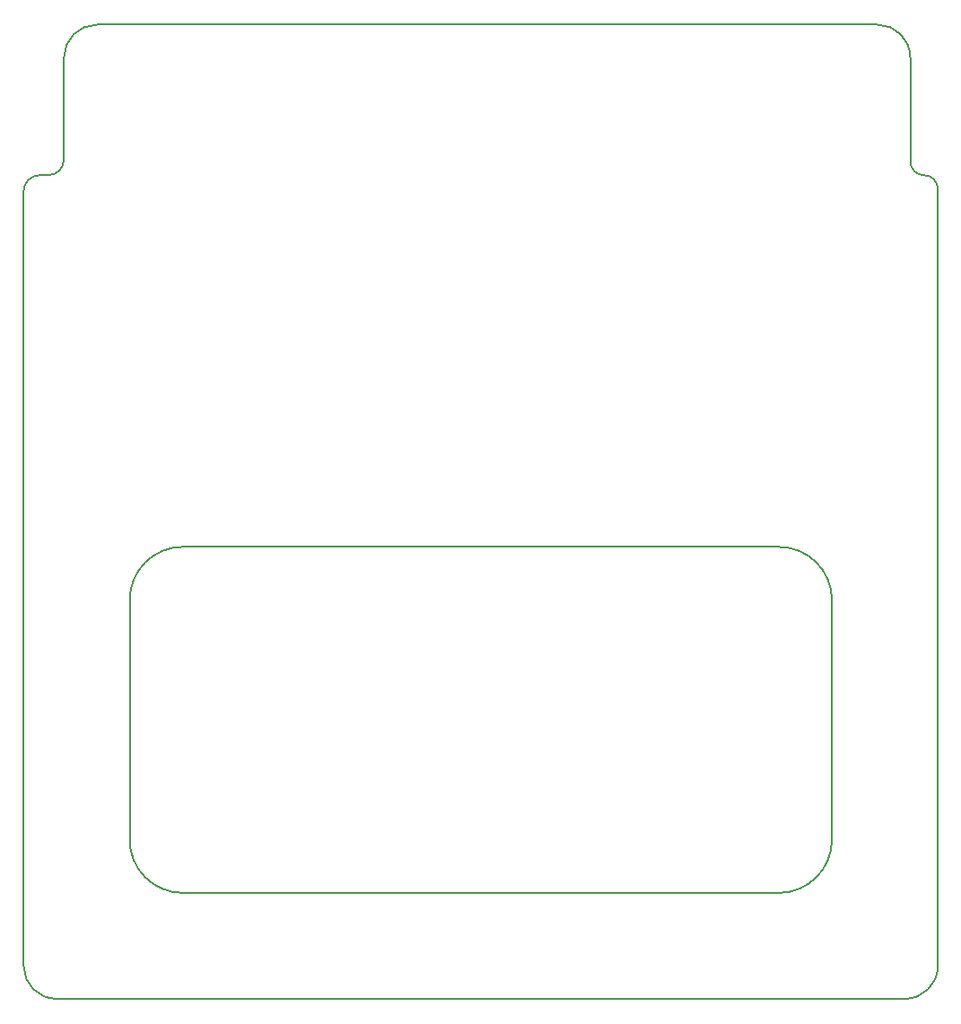
<source format=gm1>
G04 #@! TF.GenerationSoftware,KiCad,Pcbnew,5.1.6-1.fc32*
G04 #@! TF.CreationDate,2020-09-20T21:59:19-03:00*
G04 #@! TF.ProjectId,pc104-adapter-top,70633130-342d-4616-9461-707465722d74,v2.0*
G04 #@! TF.SameCoordinates,Original*
G04 #@! TF.FileFunction,Profile,NP*
%FSLAX46Y46*%
G04 Gerber Fmt 4.6, Leading zero omitted, Abs format (unit mm)*
G04 Created by KiCad (PCBNEW 5.1.6-1.fc32) date 2020-09-20 21:59:19*
%MOMM*%
%LPD*%
G01*
G04 APERTURE LIST*
G04 #@! TA.AperFunction,Profile*
%ADD10C,0.150000*%
G04 #@! TD*
G04 APERTURE END LIST*
D10*
X118170000Y-100800000D02*
X174430000Y-100800000D01*
X179430000Y-128440000D02*
X179430000Y-105800000D01*
X113170000Y-128440000D02*
X113170000Y-105800000D01*
X118170000Y-133440000D02*
X174430000Y-133440000D01*
X189430000Y-67036000D02*
X189430000Y-140336000D01*
X186830000Y-54636000D02*
X186830000Y-64436000D01*
X188130000Y-65736000D02*
G75*
G02*
X186830000Y-64436000I0J1300000D01*
G01*
X188130000Y-65736000D02*
G75*
G02*
X189430000Y-67036000I0J-1300000D01*
G01*
X103170000Y-67236000D02*
X103170000Y-140336000D01*
X105470000Y-65736000D02*
X104670000Y-65736000D01*
X103170000Y-67236000D02*
G75*
G02*
X104670000Y-65736000I1500000J0D01*
G01*
X106970000Y-54636000D02*
X106970000Y-64236000D01*
X106970000Y-64236000D02*
G75*
G02*
X105470000Y-65736000I-1500000J0D01*
G01*
X110070000Y-51536000D02*
X183730000Y-51536000D01*
X106270000Y-143436000D02*
X186330000Y-143436000D01*
X189430000Y-140336000D02*
G75*
G02*
X186330000Y-143436000I-3100000J0D01*
G01*
X106270000Y-143436000D02*
G75*
G02*
X103170000Y-140336000I0J3100000D01*
G01*
X183730000Y-51536000D02*
G75*
G02*
X186830000Y-54636000I0J-3100000D01*
G01*
X106970000Y-54636000D02*
G75*
G02*
X110070000Y-51536000I3100000J0D01*
G01*
X179430000Y-128440000D02*
G75*
G02*
X174430000Y-133440000I-5000000J0D01*
G01*
X118170000Y-133440000D02*
G75*
G02*
X113170000Y-128440000I0J5000000D01*
G01*
X174430000Y-100800000D02*
G75*
G02*
X179430000Y-105800000I0J-5000000D01*
G01*
X113170000Y-105800000D02*
G75*
G02*
X118170000Y-100800000I5000000J0D01*
G01*
M02*

</source>
